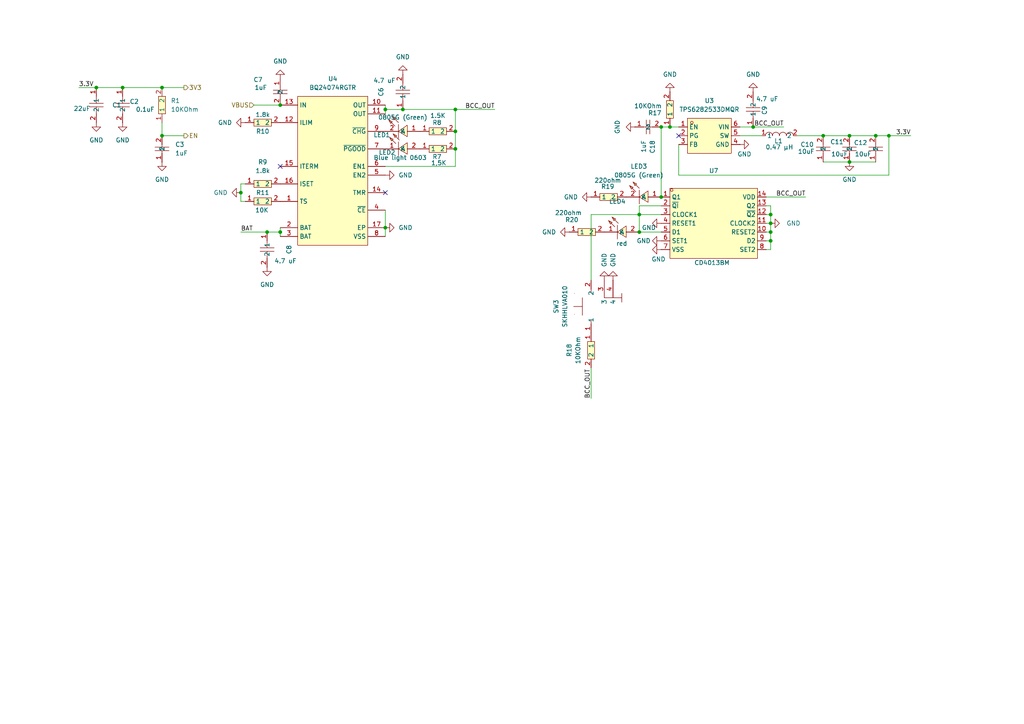
<source format=kicad_sch>
(kicad_sch (version 20250114) (generator "eeschema") (generator_version "9.0")
  (paper "A4")
  (lib_symbols
    (symbol "MeshDeck:0402WGF1002TCE"
      (property "Reference" "R" (at 0 5.08 0))
      (property "Value" "0402WGF1002TCE" (at 0 -5.08 0))
      (symbol "0402WGF1002TCE_0_1"
        (rectangle (start -2.54 1.02) (end 2.54 -1.02) (fill (type background)))
        (pin input line (at -5.08 0 0) (length 2.54) (name "1") (number "1"))
        (pin input line (at 5.08 0 180) (length 2.54) (name "2") (number "2"))
      )
    )
    (symbol "MeshDeck:0402WGF1801TCE"
      (property "Reference" "R" (at 0 5.08 0))
      (property "Value" "0402WGF1801TCE" (at 0 -5.08 0))
      (symbol "0402WGF1801TCE_0_1"
        (rectangle (start -2.54 1.02) (end 2.54 -1.02) (fill (type background)))
        (pin input line (at -5.08 0 0) (length 2.54) (name "1") (number "1"))
        (pin input line (at 5.08 0 180) (length 2.54) (name "2") (number "2"))
      )
    )
    (symbol "MeshDeck:0402WGF2200TCE"
      (property "Reference" "R" (at 0 5.08 0))
      (property "Value" "0402WGF2200TCE" (at 0 -5.08 0))
      (symbol "0402WGF2200TCE_0_1"
        (rectangle (start -2.54 1.02) (end 2.54 -1.02) (fill (type background)))
        (pin input line (at -5.08 0 0) (length 2.54) (name "1") (number "1"))
        (pin input line (at 5.08 0 180) (length 2.54) (name "2") (number "2"))
      )
    )
    (symbol "MeshDeck:0805G(Green)"
      (property "Reference" "LED" (at 0 5.08 0))
      (property "Value" "0805G (Green)" (at 0 -5.08 0))
      (symbol "0805G(Green)_0_1"
        (polyline (pts (xy -4.06 3.3) (xy -3.05 2.79) (xy -3.56 2.29) (xy -4.06 3.3)) (fill (type background)))
        (polyline (pts (xy -3.05 4.32) (xy -2.03 3.81) (xy -2.54 3.3) (xy -3.05 4.32)) (fill (type background)))
        (polyline (pts (xy -2.29 1.52) (xy -4.06 3.3)))
        (polyline (pts (xy -1.27 2.54) (xy -3.05 4.32)))
        (polyline (pts (xy -1.27 2.03) (xy -1.27 -2.03)))
        (polyline (pts (xy 1.27 -1.52) (xy -1.27 0) (xy 1.27 1.78) (xy 1.27 -1.52)) (fill (type background)))
        (pin unspecified line (at -5.08 0 0) (length 3.81) (name "K") (number "2"))
        (pin unspecified line (at 5.08 0 180) (length 3.81) (name "A") (number "1"))
      )
    )
    (symbol "MeshDeck:BQ24074RGTR"
      (property "Reference" "U" (at 0 24.13 0))
      (property "Value" "BQ24074RGTR" (at 0 -24.13 0))
      (symbol "BQ24074RGTR_0_1"
        (rectangle (start -10.16 21.59) (end 10.16 -21.59) (fill (type background)))
        (pin power_in line (at -15.24 19.05 0) (length 5.08) (name "IN") (number "13"))
        (pin unspecified line (at -15.24 13.97 0) (length 5.08) (name "ILIM") (number "12"))
        (pin unspecified line (at -15.24 1.27 0) (length 5.08) (name "ITERM") (number "15"))
        (pin unspecified line (at -15.24 -3.81 0) (length 5.08) (name "ISET") (number "16"))
        (pin unspecified line (at -15.24 -8.89 0) (length 5.08) (name "TS") (number "1"))
        (pin power_in line (at -15.24 -16.51 0) (length 5.08) (name "BAT") (number "2"))
        (pin power_in line (at -15.24 -19.05 0) (length 5.08) (name "BAT") (number "3"))
        (pin power_in line (at 15.24 19.05 180) (length 5.08) (name "OUT") (number "10"))
        (pin power_in line (at 15.24 16.51 180) (length 5.08) (name "OUT") (number "11"))
        (pin unspecified line (at 15.24 11.43 180) (length 5.08) (name "~{CHG}") (number "9"))
        (pin unspecified line (at 15.24 6.35 180) (length 5.08) (name "~{PGOOD}") (number "7"))
        (pin unspecified line (at 15.24 1.27 180) (length 5.08) (name "EN1") (number "6"))
        (pin unspecified line (at 15.24 -1.27 180) (length 5.08) (name "EN2") (number "5"))
        (pin unspecified line (at 15.24 -6.35 180) (length 5.08) (name "TMR") (number "14"))
        (pin unspecified line (at 15.24 -11.43 180) (length 5.08) (name "~{CE}") (number "4"))
        (pin power_in line (at 15.24 -16.51 180) (length 5.08) (name "EP") (number "17"))
        (pin power_in line (at 15.24 -19.05 180) (length 5.08) (name "VSS") (number "8"))
      )
    )
    (symbol "MeshDeck:Bluelight0603"
      (property "Reference" "LED" (at 0 3.81 0))
      (property "Value" "Blue light 0603" (at 0 -6.35 0))
      (symbol "Bluelight0603_0_1"
        (polyline (pts (xy -3.81 2.03) (xy -2.79 1.52) (xy -3.3 1.02) (xy -3.81 2.03)) (fill (type background)))
        (polyline (pts (xy -2.79 3.05) (xy -1.78 2.54) (xy -2.29 2.03) (xy -2.79 3.05)) (fill (type background)))
        (polyline (pts (xy -2.03 0.25) (xy -3.81 2.03)))
        (polyline (pts (xy -1.27 0.76) (xy -1.27 -3.3)))
        (polyline (pts (xy -1.02 1.27) (xy -2.79 3.05)))
        (polyline (pts (xy 1.27 -2.79) (xy -1.27 -1.27) (xy 1.27 0.51) (xy 1.27 -2.79)) (fill (type background)))
        (pin unspecified line (at -5.08 -1.27 0) (length 3.81) (name "K") (number "1"))
        (pin unspecified line (at 5.08 -1.27 180) (length 3.81) (name "A") (number "2"))
      )
    )
    (symbol "MeshDeck:CD4013BM"
      (property "Reference" "U" (at 0 12.7 0))
      (property "Value" "CD4013BM" (at 0 -12.7 0))
      (symbol "CD4013BM_0_1"
        (rectangle (start -12.7 10.16) (end 12.7 -10.16) (fill (type background)))
        (circle (center -12.19 9.65) (radius 0.38))
        (pin unspecified line (at -15.24 7.62 0) (length 2.54) (name "Q1") (number "1"))
        (pin unspecified line (at -15.24 5.08 0) (length 2.54) (name "~{QI}") (number "2"))
        (pin unspecified line (at -15.24 2.54 0) (length 2.54) (name "CLOCK1") (number "3"))
        (pin unspecified line (at -15.24 0 0) (length 2.54) (name "RESET1") (number "4"))
        (pin unspecified line (at -15.24 -2.54 0) (length 2.54) (name "D1") (number "5"))
        (pin unspecified line (at -15.24 -5.08 0) (length 2.54) (name "SET1") (number "6"))
        (pin unspecified line (at -15.24 -7.62 0) (length 2.54) (name "VSS") (number "7"))
        (pin unspecified line (at 15.24 7.62 180) (length 2.54) (name "VDD") (number "14"))
        (pin unspecified line (at 15.24 5.08 180) (length 2.54) (name "Q2") (number "13"))
        (pin unspecified line (at 15.24 2.54 180) (length 2.54) (name "~{Q2}") (number "12"))
        (pin unspecified line (at 15.24 0 180) (length 2.54) (name "CLOCK2") (number "11"))
        (pin unspecified line (at 15.24 -2.54 180) (length 2.54) (name "RESET2") (number "10"))
        (pin unspecified line (at 15.24 -5.08 180) (length 2.54) (name "D2") (number "9"))
        (pin unspecified line (at 15.24 -7.62 180) (length 2.54) (name "SET2") (number "8"))
      )
    )
    (symbol "MeshDeck:CL05A105KP5NNNC"
      (property "Reference" "C" (at 0 5.08 0))
      (property "Value" "CL05A105KP5NNNC" (at 0 -5.08 0))
      (symbol "CL05A105KP5NNNC_0_1"
        (polyline (pts (xy -1.27 0) (xy -0.51 0)))
        (polyline (pts (xy -0.51 2.03) (xy -0.51 -2.03)))
        (polyline (pts (xy 0.51 2.03) (xy 0.51 -2.03)))
        (polyline (pts (xy 0.51 0) (xy 1.27 0)))
        (pin input line (at -3.81 0 0) (length 2.54) (name "1") (number "1"))
        (pin input line (at 3.81 0 180) (length 2.54) (name "2") (number "2"))
      )
    )
    (symbol "MeshDeck:CL05A106MQ5NUNC"
      (property "Reference" "C" (at 0 5.08 0))
      (property "Value" "CL05A106MQ5NUNC" (at 0 -5.08 0))
      (symbol "CL05A106MQ5NUNC_0_1"
        (polyline (pts (xy -1.27 0) (xy -0.51 0)))
        (polyline (pts (xy -0.51 2.03) (xy -0.51 -2.03)))
        (polyline (pts (xy 0.51 2.03) (xy 0.51 -2.03)))
        (polyline (pts (xy 0.51 0) (xy 1.27 0)))
        (pin input line (at -3.81 0 0) (length 2.54) (name "1") (number "1"))
        (pin input line (at 3.81 0 180) (length 2.54) (name "2") (number "2"))
      )
    )
    (symbol "MeshDeck:CL05A226MQ5QUNC"
      (property "Reference" "C" (at 0 5.08 0))
      (property "Value" "CL05A226MQ5QUNC" (at 0 -5.08 0))
      (symbol "CL05A226MQ5QUNC_0_1"
        (polyline (pts (xy -0.51 0) (xy -2.54 0)))
        (polyline (pts (xy -0.51 -2.03) (xy -0.51 2.03)))
        (polyline (pts (xy 0.51 2.03) (xy 0.51 -2.03)))
        (polyline (pts (xy 2.54 0) (xy 0.51 0)))
        (pin unspecified line (at -5.08 0 0) (length 2.54) (name "1") (number "1"))
        (pin unspecified line (at 5.08 0 180) (length 2.54) (name "2") (number "2"))
      )
    )
    (symbol "MeshDeck:CL05A475MP5NRNC"
      (property "Reference" "C" (at 0 5.08 0))
      (property "Value" "CL05A475MP5NRNC" (at 0 -5.08 0))
      (symbol "CL05A475MP5NRNC_0_1"
        (polyline (pts (xy -0.51 0) (xy -2.54 0)))
        (polyline (pts (xy -0.51 -2.03) (xy -0.51 2.03)))
        (polyline (pts (xy 0.51 2.03) (xy 0.51 -2.03)))
        (polyline (pts (xy 2.54 0) (xy 0.51 0)))
        (pin unspecified line (at -5.08 0 0) (length 2.54) (name "1") (number "1"))
        (pin unspecified line (at 5.08 0 180) (length 2.54) (name "2") (number "2"))
      )
    )
    (symbol "MeshDeck:CL05B104KO5NNNC"
      (property "Reference" "C" (at 0 5.08 0))
      (property "Value" "CL05B104KO5NNNC" (at 0 -5.08 0))
      (symbol "CL05B104KO5NNNC_0_1"
        (polyline (pts (xy -0.51 0) (xy -2.54 0)))
        (polyline (pts (xy -0.51 -2.03) (xy -0.51 2.03)))
        (polyline (pts (xy 0.51 2.03) (xy 0.51 -2.03)))
        (polyline (pts (xy 2.54 0) (xy 0.51 0)))
        (pin unspecified line (at -5.08 0 0) (length 2.54) (name "1") (number "1"))
        (pin unspecified line (at 5.08 0 180) (length 2.54) (name "2") (number "2"))
      )
    )
    (symbol "MeshDeck:CR0402JF01R5G"
      (property "Reference" "R" (at 0 5.08 0))
      (property "Value" "CR0402JF01R5G" (at 0 -5.08 0))
      (symbol "CR0402JF01R5G_0_1"
        (rectangle (start -2.54 1.02) (end 2.54 -1.02) (fill (type background)))
        (pin unspecified line (at -5.08 0 0) (length 2.54) (name "1") (number "1"))
        (pin unspecified line (at 5.08 0 180) (length 2.54) (name "2") (number "2"))
      )
    )
    (symbol "MeshDeck:FC-F1005HRK-620H5"
      (property "Reference" "LED" (at 0 5.08 0))
      (property "Value" "FC-F1005HRK-620H5" (at 0 -5.08 0))
      (symbol "FC-F1005HRK-620H5_0_1"
        (polyline (pts (xy -3.81 3.3) (xy -2.79 2.79) (xy -3.3 2.29) (xy -3.81 3.3)) (fill (type background)))
        (polyline (pts (xy -2.79 4.32) (xy -1.78 3.81) (xy -2.29 3.3) (xy -2.79 4.32)) (fill (type background)))
        (polyline (pts (xy -2.03 1.52) (xy -3.81 3.3)))
        (polyline (pts (xy -1.27 2.03) (xy -1.27 -2.03)))
        (polyline (pts (xy -1.02 2.54) (xy -2.79 4.32)))
        (polyline (pts (xy 1.27 -1.52) (xy -1.27 0) (xy 1.27 1.78) (xy 1.27 -1.52)) (fill (type background)))
        (pin unspecified line (at -5.08 0 0) (length 3.81) (name "K") (number "1"))
        (pin unspecified line (at 5.08 0 180) (length 3.81) (name "A") (number "2"))
      )
    )
    (symbol "MeshDeck:LSCNB1005EETR47MB"
      (property "Reference" "L" (at 0 5.08 0))
      (property "Value" "LSCNB1005EETR47MB" (at 0 -5.08 0))
      (symbol "LSCNB1005EETR47MB_0_1"
        (arc (start -4.06 -0.01) (mid -2.83 0.99) (end -2.03 0.01))
        (arc (start -2.03 -0.01) (mid -0.8 0.99) (end 0 0.01))
        (arc (start 0 -0.01) (mid 1.23 0.99) (end 2.03 0.01))
        (arc (start 2.03 -0.01) (mid 3.26 0.99) (end 4.06 0.01))
        (pin unspecified line (at -5.08 0 0) (length 1.016) (name "1") (number "1"))
        (pin unspecified line (at 5.08 0 180) (length 1.016) (name "2") (number "2"))
      )
    )
    (symbol "MeshDeck:QR0402F1KQ10"
      (property "Reference" "R" (at 0 5.08 0))
      (property "Value" "QR0402F1KQ10" (at 0 -5.08 0))
      (symbol "QR0402F1KQ10_0_1"
        (rectangle (start -2.54 1.02) (end 2.54 -1.02) (fill (type background)))
        (pin unspecified line (at -5.08 0 0) (length 2.54) (name "1") (number "1"))
        (pin unspecified line (at 5.08 0 180) (length 2.54) (name "2") (number "2"))
      )
    )
    (symbol "MeshDeck:SKHHLVA010"
      (property "Reference" "SW" (at 0 2.54 0))
      (property "Value" "SKHHLVA010" (at 0 -13.97 0))
      (symbol "SKHHLVA010_0_1"
        (polyline (pts (xy -5.08 -2.54) (xy -4.06 -2.54)))
        (polyline (pts (xy -2.54 0) (xy 2.54 0)))
        (arc (start -2.29 2.29) (mid -2.29 2.36) (end -2.29 2.29))
        (polyline (pts (xy 0 0) (xy 0 2.54)))
        (polyline (pts (xy 1.27 -11.43) (xy 3.81 -11.43)))
        (polyline (pts (xy 2.54 -11.43) (xy 2.54 -6.35)))
        (arc (start 3.81 2.29) (mid 3.81 2.36) (end 3.81 2.29))
        (polyline (pts (xy 5.08 -2.54) (xy 4.06 -2.54)))
        (pin input line (at -7.62 -2.54 0) (length 2.54) (name "1") (number "1"))
        (pin input line (at 7.62 -2.54 180) (length 2.54) (name "2") (number "2"))
        (pin unspecified line (at 7.62 -6.35 180) (length 5.08) (name "3") (number "3"))
        (pin unspecified line (at 7.62 -8.89 180) (length 5.08) (name "4") (number "4"))
      )
    )
    (symbol "MeshDeck:TPS6282533DMQR"
      (property "Reference" "U" (at 0 7.62 0))
      (property "Value" "TPS6282533DMQR" (at 0 -7.62 0))
      (symbol "TPS6282533DMQR_0_1"
        (rectangle (start -7.62 5.08) (end 5.08 -5.08) (fill (type background)))
        (circle (center -6.35 3.81) (radius 0.38))
        (pin unspecified line (at -10.16 2.54 0) (length 2.54) (name "EN") (number "1"))
        (pin unspecified line (at -10.16 0 0) (length 2.54) (name "PG") (number "2"))
        (pin unspecified line (at -10.16 -2.54 0) (length 2.54) (name "FB") (number "3"))
        (pin unspecified line (at 7.62 2.54 180) (length 2.54) (name "VIN") (number "6"))
        (pin unspecified line (at 7.62 0 180) (length 2.54) (name "SW") (number "5"))
        (pin unspecified line (at 7.62 -2.54 180) (length 2.54) (name "GND") (number "4"))
      )
    )
    (symbol "power:GND" (power) (pin_numbers (hide yes)) (pin_names (offset 0) (hide yes))
      (property "Value" "GND" (at 0 -3.81 0))
      (symbol "GND_0_1"
        (polyline (pts (xy 0 0) (xy 0 -1.27) (xy 1.27 -1.27) (xy 0 -2.54) (xy -1.27 -1.27) (xy 0 -1.27)))
      )
      (symbol "GND_1_1"
        (pin power_in line (at 0 0 270) (length 0) (name "~") (number "1"))
      )
    )
  )
  (junction (at 111.76 66.04))
  (junction (at 254 39.37))
  (junction (at 246.38 39.37))
  (junction (at 223.52 62.23))
  (junction (at 223.52 67.31))
  (junction (at 218.44 36.83))
  (junction (at 185.42 67.31))
  (junction (at 77.47 67.31))
  (junction (at 46.99 25.4))
  (junction (at 69.85 55.88))
  (junction (at 257.81 39.37))
  (junction (at 132.08 31.75))
  (junction (at 223.52 69.85))
  (junction (at 81.28 67.31))
  (junction (at 46.99 39.37))
  (junction (at 27.94 25.4))
  (junction (at 81.28 30.48))
  (junction (at 191.77 36.83))
  (junction (at 111.76 31.75))
  (junction (at 35.56 25.4))
  (junction (at 246.38 46.99))
  (junction (at 191.77 57.15))
  (junction (at 132.08 43.18))
  (junction (at 185.42 62.23))
  (junction (at 116.84 31.75))
  (junction (at 132.08 38.1))
  (junction (at 194.31 36.83))
  (junction (at 238.76 39.37))
  (junction (at 223.52 64.77))
  (no_connect (at 196.85 39.37))
  (no_connect (at 81.28 48.26))
  (no_connect (at 111.76 55.88))
  (wire (pts (xy 238.76 39.37) (xy 246.38 39.37)))
  (wire (pts (xy 185.42 59.69) (xy 185.42 62.23)))
  (wire (pts (xy 185.42 67.31) (xy 191.77 67.31)))
  (wire (pts (xy 222.25 59.69) (xy 223.52 59.69)))
  (wire (pts (xy 46.99 39.37) (xy 53.34 39.37)))
  (wire (pts (xy 46.99 25.4) (xy 53.34 25.4)))
  (wire (pts (xy 111.76 31.75) (xy 116.84 31.75)))
  (wire (pts (xy 132.08 48.26) (xy 132.08 43.18)))
  (wire (pts (xy 132.08 31.75) (xy 143.51 31.75)))
  (wire (pts (xy 222.25 69.85) (xy 223.52 69.85)))
  (wire (pts (xy 77.47 67.31) (xy 81.28 67.31)))
  (wire (pts (xy 111.76 68.58) (xy 111.76 66.04)))
  (wire (pts (xy 196.85 50.8) (xy 196.85 41.91)))
  (wire (pts (xy 116.84 31.75) (xy 132.08 31.75)))
  (wire (pts (xy 185.42 62.23) (xy 185.42 67.31)))
  (wire (pts (xy 191.77 36.83) (xy 194.31 36.83)))
  (wire (pts (xy 223.52 64.77) (xy 223.52 67.31)))
  (wire (pts (xy 71.12 58.42) (xy 69.85 58.42)))
  (wire (pts (xy 222.25 62.23) (xy 223.52 62.23)))
  (wire (pts (xy 69.85 58.42) (xy 69.85 55.88)))
  (wire (pts (xy 223.52 62.23) (xy 223.52 64.77)))
  (wire (pts (xy 223.52 69.85) (xy 223.52 72.39)))
  (wire (pts (xy 246.38 39.37) (xy 254 39.37)))
  (wire (pts (xy 223.52 64.77) (xy 222.25 64.77)))
  (wire (pts (xy 111.76 30.48) (xy 111.76 31.75)))
  (wire (pts (xy 185.42 62.23) (xy 191.77 62.23)))
  (wire (pts (xy 46.99 39.37) (xy 46.99 35.56)))
  (wire (pts (xy 69.85 67.31) (xy 77.47 67.31)))
  (wire (pts (xy 35.56 25.4) (xy 46.99 25.4)))
  (wire (pts (xy 111.76 31.75) (xy 111.76 33.02)))
  (wire (pts (xy 222.25 67.31) (xy 223.52 67.31)))
  (wire (pts (xy 27.94 25.4) (xy 35.56 25.4)))
  (wire (pts (xy 132.08 38.1) (xy 132.08 31.75)))
  (wire (pts (xy 223.52 59.69) (xy 223.52 62.23)))
  (wire (pts (xy 73.66 30.48) (xy 81.28 30.48)))
  (wire (pts (xy 214.63 36.83) (xy 218.44 36.83)))
  (wire (pts (xy 171.45 115.57) (xy 171.45 106.68)))
  (wire (pts (xy 227.33 36.83) (xy 218.44 36.83)))
  (wire (pts (xy 22.86 25.4) (xy 27.94 25.4)))
  (wire (pts (xy 196.85 50.8) (xy 257.81 50.8)))
  (wire (pts (xy 223.52 67.31) (xy 223.52 69.85)))
  (wire (pts (xy 81.28 67.31) (xy 81.28 68.58)))
  (wire (pts (xy 246.38 46.99) (xy 254 46.99)))
  (wire (pts (xy 81.28 67.31) (xy 81.28 66.04)))
  (wire (pts (xy 257.81 39.37) (xy 264.16 39.37)))
  (wire (pts (xy 257.81 39.37) (xy 254 39.37)))
  (wire (pts (xy 222.25 72.39) (xy 223.52 72.39)))
  (wire (pts (xy 111.76 48.26) (xy 132.08 48.26)))
  (wire (pts (xy 257.81 50.8) (xy 257.81 39.37)))
  (wire (pts (xy 191.77 59.69) (xy 185.42 59.69)))
  (wire (pts (xy 171.45 62.23) (xy 185.42 62.23)))
  (wire (pts (xy 238.76 46.99) (xy 246.38 46.99)))
  (wire (pts (xy 194.31 36.83) (xy 196.85 36.83)))
  (wire (pts (xy 222.25 57.15) (xy 233.68 57.15)))
  (wire (pts (xy 69.85 55.88) (xy 69.85 53.34)))
  (wire (pts (xy 231.14 39.37) (xy 238.76 39.37)))
  (wire (pts (xy 69.85 53.34) (xy 71.12 53.34)))
  (wire (pts (xy 111.76 66.04) (xy 111.76 60.96)))
  (wire (pts (xy 191.77 57.15) (xy 191.77 36.83)))
  (wire (pts (xy 171.45 62.23) (xy 171.45 81.28)))
  (wire (pts (xy 132.08 43.18) (xy 132.08 38.1)))
  (wire (pts (xy 220.98 39.37) (xy 214.63 39.37)))
  (label "BCC_OUT" (at 143.51 31.75 180))
  (label "BCC_OUT" (at 171.45 115.57 90))
  (label "BCC_OUT" (at 227.33 36.83 180))
  (label "BAT" (at 69.85 67.31 0))
  (label "3.3V" (at 264.16 39.37 180))
  (label "3.3V" (at 22.86 25.4 0))
  (label "BCC_OUT" (at 233.68 57.15 180))
  (hierarchical_label "3V3" (shape output) (at 53.34 25.4 0))
  (hierarchical_label "EN" (shape output) (at 53.34 39.37 0))
  (hierarchical_label "VBUS" (shape input) (at 73.66 30.48 180))
  (symbol (lib_id "MeshDeck:CR0402JF01R5G") (at 127 43.18 0) (unit 1)
    (property "Reference" "R7" (at 126.746 45.466 0))
    (property "Value" "1,5K" (at 127.254 47.244 0))
    (property "Footprint" "MeshDeck:R0402" (effects (hide yes)))
    (property "Datasheet" "https://lcsc.com/product-detail/Resistors_LIZ-Elec-CR0402JF01R5G_C100605.html" (effects (hide yes)))
    (property "LCSC Part" "C100605" (effects (hide yes)))
  )
  (symbol (lib_id "power:GND") (at 111.76 66.04 90) (unit 1)
    (property "Reference" "#PWR017" (effects (hide yes)))
    (property "Value" "GND" (at 115.57 66.0399 90) (effects (justify right)))
    (property "Description" "Power symbol creates a global label with name \"GND\" , ground" (effects (hide yes)))
  )
  (symbol (lib_id "MeshDeck:QR0402F1KQ10") (at 194.31 31.75 90) (unit 1)
    (property "Reference" "R17" (at 187.96 32.766 90) (effects (justify right)))
    (property "Value" "10KOhm" (at 183.896 30.734 90) (effects (justify right)))
    (property "Footprint" "MeshDeck:R0402" (effects (hide yes)))
    (property "Datasheet" "https://lcsc.com/product-detail/Chip-Resistor-Surface-Mount_Ever-Ohms-Tech-QR0402F1KQ10_C176101.html" (effects (hide yes)))
    (property "LCSC Part" "C176101" (effects (hide yes)))
  )
  (symbol (lib_id "power:GND") (at 111.76 50.8 90) (unit 1)
    (property "Reference" "#PWR016" (effects (hide yes)))
    (property "Value" "GND" (at 115.57 50.7999 90) (effects (justify right)))
    (property "Description" "Power symbol creates a global label with name \"GND\" , ground" (effects (hide yes)))
  )
  (symbol (lib_id "MeshDeck:SKHHLVA010") (at 168.91 88.9 90) (unit 1)
    (property "Reference" "SW3" (at 161.29 88.9 0))
    (property "Value" "SKHHLVA010" (at 163.83 88.9 0))
    (property "Footprint" "MeshDeck:KEY-TH_4P-L7.5-W6.8-P4.50-LS7.2" (effects (hide yes)))
    (property "Datasheet" "https://lcsc.com/product-detail/Tactile-Switches_ALPS_SKHHLVA010_SKHHLVA010_C110289.html" (effects (hide yes)))
    (property "LCSC Part" "C110289" (effects (hide yes)))
  )
  (symbol (lib_id "MeshDeck:BQ24074RGTR") (at 96.52 49.53 0) (unit 1)
    (property "Reference" "U4" (at 96.52 22.86 0))
    (property "Value" "BQ24074RGTR" (at 96.52 25.4 0))
    (property "Footprint" "MeshDeck:QFN-16_L3.0-W3.0-P0.50-TL-EP1.7" (effects (hide yes)))
    (property "Datasheet" "https://lcsc.com/product-detail/PMIC-Battery-Management_TI_BQ24074RGTR_BQ24074RGTR_C54313.html" (effects (hide yes)))
    (property "LCSC Part" "C54313" (effects (hide yes)))
  )
  (symbol (lib_id "MeshDeck:TPS6282533DMQR") (at 207.01 39.37 0) (unit 1)
    (property "Reference" "U3" (at 205.74 29.21 0))
    (property "Value" "TPS6282533DMQR" (at 205.74 31.75 0))
    (property "Footprint" "MeshDeck:VSON-6_L1.5-W1.5-P0.50-TL" (effects (hide yes)))
    (property "LCSC Part" "C3189971" (effects (hide yes)))
  )
  (symbol (lib_id "MeshDeck:CL05A475MP5NRNC") (at 116.84 26.67 90) (unit 1)
    (property "Reference" "C6" (at 110.49 26.67 0))
    (property "Value" "4.7 uF" (at 111.506 23.368 90))
    (property "Footprint" "MeshDeck:C0402" (effects (hide yes)))
    (property "Datasheet" "https://lcsc.com/product-detail/Multilayer-Ceramic-Capacitors-MLCC-SMD-SMT_SAMSUNG_CL05A475MP5NRNC_4-7uF-475-20-10V_C23733.html" (effects (hide yes)))
    (property "LCSC Part" "C23733" (effects (hide yes)))
  )
  (symbol (lib_id "MeshDeck:0402WGF1002TCE") (at 76.2 58.42 0) (unit 1)
    (property "Reference" "R11" (at 76.2 55.88 0))
    (property "Value" "10K" (at 75.946 60.96 0))
    (property "Footprint" "MeshDeck:R0402" (effects (hide yes)))
    (property "Datasheet" "https://lcsc.com/product-detail/Chip-Resistor-Surface-Mount-UniOhm_10KR-1002-1_C25744.html" (effects (hide yes)))
    (property "LCSC Part" "C25744" (effects (hide yes)))
  )
  (symbol (lib_id "MeshDeck:CL05A106MQ5NUNC") (at 238.76 43.18 90) (unit 1)
    (property "Reference" "C10" (at 232.156 41.91 90) (effects (justify right)))
    (property "Value" "10uF" (at 231.394 43.942 90) (effects (justify right)))
    (property "Footprint" "MeshDeck:C0402" (effects (hide yes)))
    (property "Datasheet" "https://lcsc.com/product-detail/Multilayer-Ceramic-Capacitors-MLCC-SMD-SMT_SAMSUNG_CL05A106MQ5NUNC_10uF-106-20-6-3V_C15525.html" (effects (hide yes)))
    (property "LCSC Part" "C15525" (effects (hide yes)))
  )
  (symbol (lib_id "power:GND") (at 165.1 67.31 270) (unit 1)
    (property "Reference" "#PWR048" (effects (hide yes)))
    (property "Value" "GND" (at 161.29 67.3099 90) (effects (justify right)))
    (property "Description" "Power symbol creates a global label with name \"GND\" , ground" (effects (hide yes)))
  )
  (symbol (lib_id "MeshDeck:CL05A105KP5NNNC") (at 81.28 26.67 270) (unit 1)
    (property "Reference" "C7" (at 76.2 23.114 90) (effects (justify right)))
    (property "Value" "1uF" (at 77.47 25.4001 90) (effects (justify right)))
    (property "Footprint" "MeshDeck:C0402" (effects (hide yes)))
    (property "Datasheet" "https://lcsc.com/product-detail/Multilayer-Ceramic-Capacitors-MLCC-SMD-SMT_SAMSUNG_CL05A105KP5NNNC_1uF-105-10-10V_C14445.html" (effects (hide yes)))
    (property "LCSC Part" "C14445" (effects (hide yes)))
  )
  (symbol (lib_id "MeshDeck:0402WGF2200TCE") (at 176.53 57.15 0) (unit 1)
    (property "Reference" "R19" (at 176.276 54.102 0))
    (property "Value" "220ohm" (at 176.276 52.324 0))
    (property "Footprint" "MeshDeck:R0402" (effects (hide yes)))
    (property "Datasheet" "https://lcsc.com/product-detail/Chip-Resistor-Surface-Mount-UniOhm_220R-2200-1_C25091.html" (effects (hide yes)))
    (property "LCSC Part" "C25091" (effects (hide yes)))
  )
  (symbol (lib_id "MeshDeck:0402WGF1801TCE") (at 76.2 53.34 0) (unit 1)
    (property "Reference" "R9" (at 76.2 46.99 0))
    (property "Value" "1.8k" (at 76.2 49.53 0))
    (property "Footprint" "MeshDeck:R0402" (effects (hide yes)))
    (property "Datasheet" "https://lcsc.com/product-detail/Chip-Resistor-Surface-Mount-UniOhm_1-8KR-1801-1_C25871.html" (effects (hide yes)))
    (property "LCSC Part" "C25871" (effects (hide yes)))
  )
  (symbol (lib_id "power:GND") (at 77.47 77.47 0) (unit 1)
    (property "Reference" "#PWR021" (effects (hide yes)))
    (property "Value" "GND" (at 77.47 82.55 0))
    (property "Description" "Power symbol creates a global label with name \"GND\" , ground" (effects (hide yes)))
  )
  (symbol (lib_id "MeshDeck:CR0402JF01R5G") (at 127 38.1 0) (unit 1)
    (property "Reference" "R8" (at 126.746 35.56 0))
    (property "Value" "1.5K" (at 127 33.528 0))
    (property "Footprint" "MeshDeck:R0402" (effects (hide yes)))
    (property "Datasheet" "https://lcsc.com/product-detail/Resistors_LIZ-Elec-CR0402JF01R5G_C100605.html" (effects (hide yes)))
    (property "LCSC Part" "C100605" (effects (hide yes)))
  )
  (symbol (lib_id "power:GND") (at 191.77 64.77 270) (unit 1)
    (property "Reference" "#PWR045" (effects (hide yes)))
    (property "Value" "GND" (at 190.246 66.04 90) (effects (justify right)))
    (property "Description" "Power symbol creates a global label with name \"GND\" , ground" (effects (hide yes)))
  )
  (symbol (lib_id "power:GND") (at 27.94 35.56 0) (unit 1)
    (property "Reference" "#PWR02" (effects (hide yes)))
    (property "Value" "GND" (at 27.94 40.64 0))
    (property "Description" "Power symbol creates a global label with name \"GND\" , ground" (effects (hide yes)))
  )
  (symbol (lib_id "power:GND") (at 184.15 36.83 270) (unit 1)
    (property "Reference" "#PWR033" (effects (hide yes)))
    (property "Value" "GND" (at 179.07 36.83 0))
    (property "Description" "Power symbol creates a global label with name \"GND\" , ground" (effects (hide yes)))
  )
  (symbol (lib_id "MeshDeck:0805G(Green)") (at 186.69 57.15 0) (unit 1)
    (property "Reference" "LED3" (at 185.295 48.26 0))
    (property "Value" "0805G (Green)" (at 185.295 50.8 0))
    (property "Footprint" "MeshDeck:LED0805-R-RD" (effects (hide yes)))
    (property "Datasheet" "https://lcsc.com/product-detail/Light-Emitting-Diodes-LED_Green-0805-Highlighted_C2297.html" (effects (hide yes)))
    (property "LCSC Part" "C2297" (effects (hide yes)))
  )
  (symbol (lib_id "power:GND") (at 81.28 22.86 180) (unit 1)
    (property "Reference" "#PWR020" (effects (hide yes)))
    (property "Value" "GND" (at 81.28 17.78 0))
    (property "Description" "Power symbol creates a global label with name \"GND\" , ground" (effects (hide yes)))
  )
  (symbol (lib_id "power:GND") (at 214.63 41.91 90) (unit 1)
    (property "Reference" "#PWR022" (effects (hide yes)))
    (property "Value" "GND" (at 213.868 44.704 90) (effects (justify right)))
    (property "Description" "Power symbol creates a global label with name \"GND\" , ground" (effects (hide yes)))
  )
  (symbol (lib_id "MeshDeck:CL05A105KP5NNNC") (at 187.96 36.83 0) (unit 1)
    (property "Reference" "C18" (at 189.2301 40.64 90) (effects (justify right)))
    (property "Value" "1uF" (at 186.6901 40.64 90) (effects (justify right)))
    (property "Footprint" "MeshDeck:C0402" (effects (hide yes)))
    (property "Datasheet" "https://lcsc.com/product-detail/Multilayer-Ceramic-Capacitors-MLCC-SMD-SMT_SAMSUNG_CL05A105KP5NNNC_1uF-105-10-10V_C14445.html" (effects (hide yes)))
    (property "LCSC Part" "C14445" (effects (hide yes)))
  )
  (symbol (lib_id "power:GND") (at 191.77 69.85 270) (unit 1)
    (property "Reference" "#PWR044" (effects (hide yes)))
    (property "Value" "GND" (at 188.722 69.85 90) (effects (justify right)))
    (property "Description" "Power symbol creates a global label with name \"GND\" , ground" (effects (hide yes)))
  )
  (symbol (lib_id "MeshDeck:CL05A475MP5NRNC") (at 77.47 72.39 270) (unit 1)
    (property "Reference" "C8" (at 83.82 72.39 0))
    (property "Value" "4.7 uF" (at 82.804 75.692 90))
    (property "Footprint" "MeshDeck:C0402" (effects (hide yes)))
    (property "Datasheet" "https://lcsc.com/product-detail/Multilayer-Ceramic-Capacitors-MLCC-SMD-SMT_SAMSUNG_CL05A475MP5NRNC_4-7uF-475-20-10V_C23733.html" (effects (hide yes)))
    (property "LCSC Part" "C23733" (effects (hide yes)))
  )
  (symbol (lib_id "MeshDeck:CL05A106MQ5NUNC") (at 254 43.18 90) (unit 1)
    (property "Reference" "C12" (at 247.65 41.402 90) (effects (justify right)))
    (property "Value" "10uF" (at 247.904 44.704 90) (effects (justify right)))
    (property "Footprint" "MeshDeck:C0402" (effects (hide yes)))
    (property "Datasheet" "https://lcsc.com/product-detail/Multilayer-Ceramic-Capacitors-MLCC-SMD-SMT_SAMSUNG_CL05A106MQ5NUNC_10uF-106-20-6-3V_C15525.html" (effects (hide yes)))
    (property "LCSC Part" "C15525" (effects (hide yes)))
  )
  (symbol (lib_id "power:GND") (at 35.56 35.56 0) (unit 1)
    (property "Reference" "#PWR03" (effects (hide yes)))
    (property "Value" "GND" (at 35.56 40.64 0))
    (property "Description" "Power symbol creates a global label with name \"GND\" , ground" (effects (hide yes)))
  )
  (symbol (lib_id "MeshDeck:CL05A105KP5NNNC") (at 46.99 43.18 90) (unit 1)
    (property "Reference" "C3" (at 50.8 41.9099 90) (effects (justify right)))
    (property "Value" "1uF" (at 50.8 44.4499 90) (effects (justify right)))
    (property "Footprint" "MeshDeck:C0402" (effects (hide yes)))
    (property "Datasheet" "https://lcsc.com/product-detail/Multilayer-Ceramic-Capacitors-MLCC-SMD-SMT_SAMSUNG_CL05A105KP5NNNC_1uF-105-10-10V_C14445.html" (effects (hide yes)))
    (property "LCSC Part" "C14445" (effects (hide yes)))
  )
  (symbol (lib_id "power:GND") (at 175.26 81.28 180) (unit 1)
    (property "Reference" "#PWR034" (effects (hide yes)))
    (property "Value" "GND" (at 175.2599 77.47 90) (effects (justify right)))
    (property "Description" "Power symbol creates a global label with name \"GND\" , ground" (effects (hide yes)))
  )
  (symbol (lib_id "MeshDeck:CL05B104KO5NNNC") (at 35.56 30.48 270) (unit 1)
    (property "Reference" "C2" (at 37.592 29.464 90) (effects (justify left)))
    (property "Value" "0.1uF" (at 39.37 31.7499 90) (effects (justify left)))
    (property "Footprint" "MeshDeck:C0402" (effects (hide yes)))
    (property "Datasheet" "https://lcsc.com/product-detail/Multilayer-Ceramic-Capacitors-MLCC-SMD-SMT_SAMSUNG_CL05B104KO5NNNC_100nF-104-10-16V_C1525.html" (effects (hide yes)))
    (property "LCSC Part" "C1525" (effects (hide yes)))
  )
  (symbol (lib_id "MeshDeck:CL05A106MQ5NUNC") (at 246.38 43.18 90) (unit 1)
    (property "Reference" "C11" (at 240.792 41.148 90) (effects (justify right)))
    (property "Value" "10uF" (at 241.046 44.704 90) (effects (justify right)))
    (property "Footprint" "MeshDeck:C0402" (effects (hide yes)))
    (property "Datasheet" "https://lcsc.com/product-detail/Multilayer-Ceramic-Capacitors-MLCC-SMD-SMT_SAMSUNG_CL05A106MQ5NUNC_10uF-106-20-6-3V_C15525.html" (effects (hide yes)))
    (property "LCSC Part" "C15525" (effects (hide yes)))
  )
  (symbol (lib_id "MeshDeck:QR0402F1KQ10") (at 46.99 30.48 90) (unit 1)
    (property "Reference" "R1" (at 49.53 29.2099 90) (effects (justify right)))
    (property "Value" "10KOhm" (at 49.53 31.7499 90) (effects (justify right)))
    (property "Footprint" "MeshDeck:R0402" (effects (hide yes)))
    (property "Datasheet" "https://lcsc.com/product-detail/Chip-Resistor-Surface-Mount_Ever-Ohms-Tech-QR0402F1KQ10_C176101.html" (effects (hide yes)))
    (property "LCSC Part" "C176101" (effects (hide yes)))
  )
  (symbol (lib_id "MeshDeck:QR0402F1KQ10") (at 171.45 101.6 270) (unit 1)
    (property "Reference" "R18" (at 165.1 101.6 0))
    (property "Value" "10KOhm" (at 167.64 101.6 0))
    (property "Footprint" "MeshDeck:R0402" (effects (hide yes)))
    (property "Datasheet" "https://lcsc.com/product-detail/Chip-Resistor-Surface-Mount_Ever-Ohms-Tech-QR0402F1KQ10_C176101.html" (effects (hide yes)))
    (property "LCSC Part" "C176101" (effects (hide yes)))
  )
  (symbol (lib_id "MeshDeck:Bluelight0603") (at 116.84 41.91 0) (unit 1)
    (property "Reference" "LED2" (at 112.268 44.196 0))
    (property "Value" "Blue light 0603" (at 116.078 45.72 0))
    (property "Footprint" "MeshDeck:LED0603-RD" (effects (hide yes)))
    (property "Datasheet" "https://lcsc.com/product-detail/Light-Emitting-Diodes-LED_Blue-light-0603_C2288.html" (effects (hide yes)))
    (property "LCSC Part" "C2288" (effects (hide yes)))
  )
  (symbol (lib_id "power:GND") (at 71.12 35.56 270) (unit 1)
    (property "Reference" "#PWR019" (effects (hide yes)))
    (property "Value" "GND" (at 67.31 35.5599 90) (effects (justify right)))
    (property "Description" "Power symbol creates a global label with name \"GND\" , ground" (effects (hide yes)))
  )
  (symbol (lib_id "power:GND") (at 246.38 46.99 0) (unit 1)
    (property "Reference" "#PWR024" (effects (hide yes)))
    (property "Value" "GND" (at 246.38 52.07 0))
    (property "Description" "Power symbol creates a global label with name \"GND\" , ground" (effects (hide yes)))
  )
  (symbol (lib_id "power:GND") (at 194.31 26.67 180) (unit 1)
    (property "Reference" "#PWR036" (effects (hide yes)))
    (property "Value" "GND" (at 194.31 21.59 0))
    (property "Description" "Power symbol creates a global label with name \"GND\" , ground" (effects (hide yes)))
  )
  (symbol (lib_id "power:GND") (at 46.99 46.99 0) (unit 1)
    (property "Reference" "#PWR04" (effects (hide yes)))
    (property "Value" "GND" (at 46.99 52.07 0))
    (property "Description" "Power symbol creates a global label with name \"GND\" , ground" (effects (hide yes)))
  )
  (symbol (lib_id "MeshDeck:0805G(Green)") (at 116.84 38.1 0) (unit 1)
    (property "Reference" "LED1" (at 110.744 39.116 0))
    (property "Value" "0805G (Green)" (at 116.84 34.036 0))
    (property "Footprint" "MeshDeck:LED0805-R-RD" (effects (hide yes)))
    (property "Datasheet" "https://lcsc.com/product-detail/Light-Emitting-Diodes-LED_Green-0805-Highlighted_C2297.html" (effects (hide yes)))
    (property "LCSC Part" "C2297" (effects (hide yes)))
  )
  (symbol (lib_id "MeshDeck:CL05A226MQ5QUNC") (at 27.94 30.48 270) (unit 1)
    (property "Reference" "C1" (at 32.512 30.48 90) (effects (justify left)))
    (property "Value" "22uF" (at 21.336 31.496 90) (effects (justify left)))
    (property "Footprint" "MeshDeck:C0402" (effects (hide yes)))
    (property "LCSC Part" "C105226" (effects (hide yes)))
  )
  (symbol (lib_id "power:GND") (at 171.45 57.15 270) (unit 1)
    (property "Reference" "#PWR047" (effects (hide yes)))
    (property "Value" "GND" (at 167.64 57.1499 90) (effects (justify right)))
    (property "Description" "Power symbol creates a global label with name \"GND\" , ground" (effects (hide yes)))
  )
  (symbol (lib_id "power:GND") (at 218.44 26.67 180) (unit 1)
    (property "Reference" "#PWR023" (effects (hide yes)))
    (property "Value" "GND" (at 218.44 21.59 0))
    (property "Description" "Power symbol creates a global label with name \"GND\" , ground" (effects (hide yes)))
  )
  (symbol (lib_id "power:GND") (at 177.8 81.28 180) (unit 1)
    (property "Reference" "#PWR035" (effects (hide yes)))
    (property "Value" "GND" (at 177.7999 77.47 90) (effects (justify right)))
    (property "Description" "Power symbol creates a global label with name \"GND\" , ground" (effects (hide yes)))
  )
  (symbol (lib_id "power:GND") (at 69.85 55.88 270) (unit 1)
    (property "Reference" "#PWR018" (effects (hide yes)))
    (property "Value" "GND" (at 66.04 55.8799 90) (effects (justify right)))
    (property "Description" "Power symbol creates a global label with name \"GND\" , ground" (effects (hide yes)))
  )
  (symbol (lib_id "MeshDeck:CD4013BM") (at 207.01 64.77 0) (unit 1)
    (property "Reference" "U7" (at 207.01 49.53 0))
    (property "Value" "CD4013BM" (at 206.502 76.2 0))
    (property "Footprint" "MeshDeck:SOIC-14_L8.7-W3.9-P1.27-LS6.0-BL" (effects (hide yes)))
    (property "Datasheet" "https://lcsc.com/product-detail/Others_Texas-Instruments-TI-CD4013BM_C347580.html" (effects (hide yes)))
    (property "LCSC Part" "C347580" (effects (hide yes)))
  )
  (symbol (lib_id "MeshDeck:0402WGF2200TCE") (at 170.18 67.31 0) (unit 1)
    (property "Reference" "R20" (at 165.862 63.754 0))
    (property "Value" "220ohm" (at 164.846 61.722 0))
    (property "Footprint" "MeshDeck:R0402" (effects (hide yes)))
    (property "Datasheet" "https://lcsc.com/product-detail/Chip-Resistor-Surface-Mount-UniOhm_220R-2200-1_C25091.html" (effects (hide yes)))
    (property "LCSC Part" "C25091" (effects (hide yes)))
  )
  (symbol (lib_id "power:GND") (at 191.77 72.39 270) (unit 1)
    (property "Reference" "#PWR032" (effects (hide yes)))
    (property "Value" "GND" (at 193.04 75.184 90) (effects (justify right)))
    (property "Description" "Power symbol creates a global label with name \"GND\" , ground" (effects (hide yes)))
  )
  (symbol (lib_id "MeshDeck:FC-F1005HRK-620H5") (at 180.34 67.31 0) (unit 1)
    (property "Reference" "LED4" (at 179.07 58.42 0))
    (property "Value" "red" (at 180.34 70.612 0))
    (property "Footprint" "MeshDeck:LED0402-RD" (effects (hide yes)))
    (property "Datasheet" "https://lcsc.com/product-detail/Light-Emitting-Diodes-LED_FC-F1005HRK-620H5-red_C130719.html" (effects (hide yes)))
    (property "LCSC Part" "C130719" (effects (hide yes)))
  )
  (symbol (lib_id "power:GND") (at 223.52 64.77 90) (unit 1)
    (property "Reference" "#PWR046" (effects (hide yes)))
    (property "Value" "GND" (at 228.092 64.77 90) (effects (justify right)))
    (property "Description" "Power symbol creates a global label with name \"GND\" , ground" (effects (hide yes)))
  )
  (symbol (lib_id "MeshDeck:LSCNB1005EETR47MB") (at 226.06 39.37 0) (unit 1)
    (property "Reference" "L1" (at 225.806 40.894 0))
    (property "Value" "0.47 µH" (at 226.06 42.672 0))
    (property "Footprint" "MeshDeck:L0402" (effects (hide yes)))
    (property "LCSC Part" "C5788770" (effects (hide yes)))
  )
  (symbol (lib_id "power:GND") (at 116.84 21.59 180) (unit 1)
    (property "Reference" "#PWR015" (effects (hide yes)))
    (property "Value" "GND" (at 116.84 16.51 0))
    (property "Description" "Power symbol creates a global label with name \"GND\" , ground" (effects (hide yes)))
  )
  (symbol (lib_id "MeshDeck:CL05A475MP5NRNC") (at 218.44 31.75 90) (unit 1)
    (property "Reference" "C9" (at 221.742 32.004 0))
    (property "Value" "4.7 uF" (at 222.504 28.702 90))
    (property "Footprint" "MeshDeck:C0402" (effects (hide yes)))
    (property "Datasheet" "https://lcsc.com/product-detail/Multilayer-Ceramic-Capacitors-MLCC-SMD-SMT_SAMSUNG_CL05A475MP5NRNC_4-7uF-475-20-10V_C23733.html" (effects (hide yes)))
    (property "LCSC Part" "C23733" (effects (hide yes)))
  )
  (symbol (lib_id "MeshDeck:0402WGF1801TCE") (at 76.2 35.56 0) (unit 1)
    (property "Reference" "R10" (at 76.2 38.1 0))
    (property "Value" "1.8k" (at 76.2 33.274 0))
    (property "Footprint" "MeshDeck:R0402" (effects (hide yes)))
    (property "Datasheet" "https://lcsc.com/product-detail/Chip-Resistor-Surface-Mount-UniOhm_1-8KR-1801-1_C25871.html" (effects (hide yes)))
    (property "LCSC Part" "C25871" (effects (hide yes)))
  )
)
</source>
